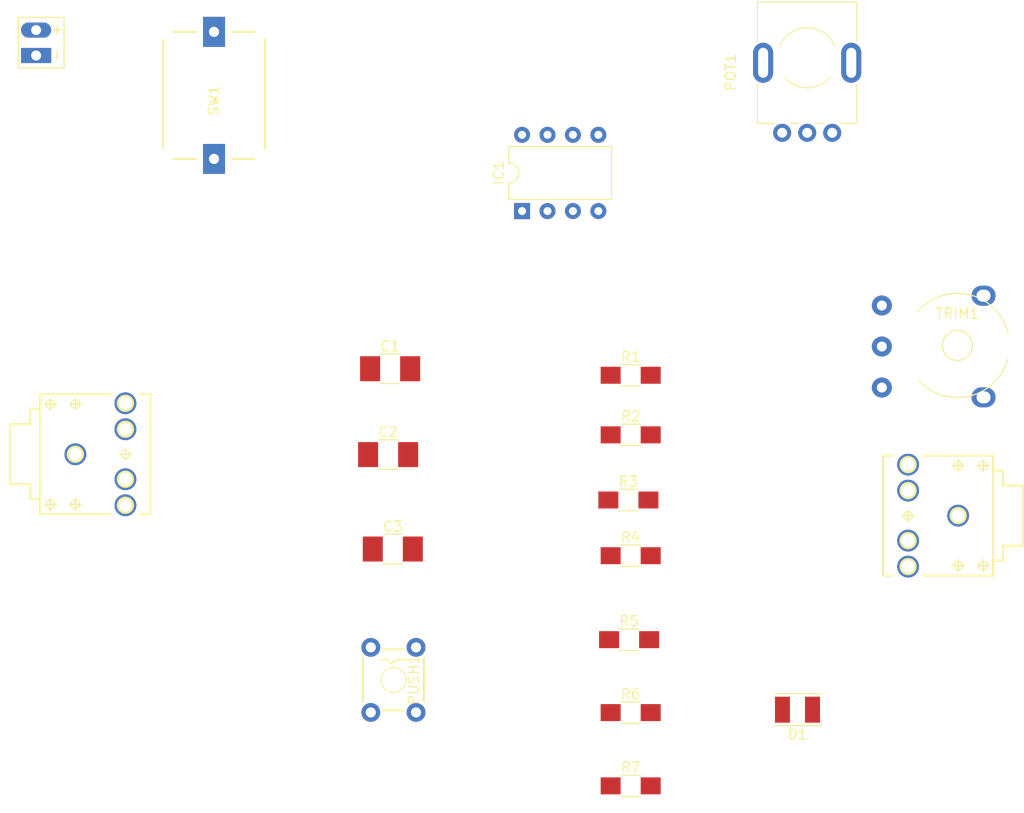
<source format=kicad_pcb>
(kicad_pcb (version 4) (host pcbnew 4.0.7-e0-6372~58~ubuntu16.04.1)

  (general
    (links 31)
    (no_connects 31)
    (area 0 0 0 0)
    (thickness 1.6)
    (drawings 0)
    (tracks 0)
    (zones 0)
    (modules 19)
    (nets 14)
  )

  (page A4)
  (layers
    (0 F.Cu signal)
    (31 B.Cu signal)
    (32 B.Adhes user)
    (33 F.Adhes user)
    (34 B.Paste user)
    (35 F.Paste user)
    (36 B.SilkS user)
    (37 F.SilkS user)
    (38 B.Mask user)
    (39 F.Mask user)
    (40 Dwgs.User user)
    (41 Cmts.User user)
    (42 Eco1.User user)
    (43 Eco2.User user)
    (44 Edge.Cuts user)
    (45 Margin user)
    (46 B.CrtYd user)
    (47 F.CrtYd user)
    (48 B.Fab user)
    (49 F.Fab user)
  )

  (setup
    (last_trace_width 0.25)
    (trace_clearance 0.2)
    (zone_clearance 0.508)
    (zone_45_only no)
    (trace_min 0.2)
    (segment_width 0.2)
    (edge_width 0.15)
    (via_size 0.6)
    (via_drill 0.4)
    (via_min_size 0.4)
    (via_min_drill 0.3)
    (uvia_size 0.3)
    (uvia_drill 0.1)
    (uvias_allowed no)
    (uvia_min_size 0.2)
    (uvia_min_drill 0.1)
    (pcb_text_width 0.3)
    (pcb_text_size 1.5 1.5)
    (mod_edge_width 0.15)
    (mod_text_size 1 1)
    (mod_text_width 0.15)
    (pad_size 1.524 1.524)
    (pad_drill 0.762)
    (pad_to_mask_clearance 0.2)
    (aux_axis_origin 0 0)
    (visible_elements FFFFFF7F)
    (pcbplotparams
      (layerselection 0x00030_80000001)
      (usegerberextensions false)
      (excludeedgelayer true)
      (linewidth 0.100000)
      (plotframeref false)
      (viasonmask false)
      (mode 1)
      (useauxorigin false)
      (hpglpennumber 1)
      (hpglpenspeed 20)
      (hpglpendiameter 15)
      (hpglpenoverlay 2)
      (psnegative false)
      (psa4output false)
      (plotreference true)
      (plotvalue true)
      (plotinvisibletext false)
      (padsonsilk false)
      (subtractmaskfromsilk false)
      (outputformat 1)
      (mirror false)
      (drillshape 1)
      (scaleselection 1)
      (outputdirectory ""))
  )

  (net 0 "")
  (net 1 "Net-(C1-Pad1)")
  (net 2 "Net-(C1-Pad2)")
  (net 3 VCC)
  (net 4 GND)
  (net 5 "Net-(C3-Pad2)")
  (net 6 "Net-(D1-Pad2)")
  (net 7 "Net-(IC1-Pad6)")
  (net 8 "Net-(IC1-Pad7)")
  (net 9 "Net-(JACK2-Pad2)")
  (net 10 "Net-(POT1-Pad3)")
  (net 11 "Net-(POT1-Pad2)")
  (net 12 "Net-(PUSH1-Pad1)")
  (net 13 +BATT)

  (net_class Default "This is the default net class."
    (clearance 0.2)
    (trace_width 0.25)
    (via_dia 0.6)
    (via_drill 0.4)
    (uvia_dia 0.3)
    (uvia_drill 0.1)
    (add_net +BATT)
    (add_net GND)
    (add_net "Net-(C1-Pad1)")
    (add_net "Net-(C1-Pad2)")
    (add_net "Net-(C3-Pad2)")
    (add_net "Net-(D1-Pad2)")
    (add_net "Net-(IC1-Pad6)")
    (add_net "Net-(IC1-Pad7)")
    (add_net "Net-(JACK2-Pad2)")
    (add_net "Net-(POT1-Pad2)")
    (add_net "Net-(POT1-Pad3)")
    (add_net "Net-(PUSH1-Pad1)")
    (add_net VCC)
  )

  (module 8BitMixtape_DIY-CAD:C_1210_MixtapeStyle (layer F.Cu) (tedit 58AA84FB) (tstamp 5B5C44ED)
    (at 202.84 62.87)
    (descr "Capacitor SMD 1210, hand soldering")
    (tags "capacitor 1210")
    (path /5B5C3667)
    (attr smd)
    (fp_text reference C1 (at 0 -2.25) (layer F.SilkS)
      (effects (font (size 1 1) (thickness 0.15)))
    )
    (fp_text value 100nF (at 0 2.5) (layer F.Fab)
      (effects (font (size 1 1) (thickness 0.15)))
    )
    (fp_text user %R (at 0 -2.25) (layer F.Fab)
      (effects (font (size 1 1) (thickness 0.15)))
    )
    (fp_line (start -1.6 1.25) (end -1.6 -1.25) (layer F.Fab) (width 0.1))
    (fp_line (start 1.6 1.25) (end -1.6 1.25) (layer F.Fab) (width 0.1))
    (fp_line (start 1.6 -1.25) (end 1.6 1.25) (layer F.Fab) (width 0.1))
    (fp_line (start -1.6 -1.25) (end 1.6 -1.25) (layer F.Fab) (width 0.1))
    (fp_line (start 1 -1.48) (end -1 -1.48) (layer F.SilkS) (width 0.12))
    (fp_line (start -1 1.48) (end 1 1.48) (layer F.SilkS) (width 0.12))
    (fp_line (start -3.25 -1.5) (end 3.25 -1.5) (layer F.CrtYd) (width 0.05))
    (fp_line (start -3.25 -1.5) (end -3.25 1.5) (layer F.CrtYd) (width 0.05))
    (fp_line (start 3.25 1.5) (end 3.25 -1.5) (layer F.CrtYd) (width 0.05))
    (fp_line (start 3.25 1.5) (end -3.25 1.5) (layer F.CrtYd) (width 0.05))
    (pad 1 smd rect (at -2 0) (size 2 2.5) (layers F.Cu F.Paste F.Mask)
      (net 1 "Net-(C1-Pad1)"))
    (pad 2 smd rect (at 2 0) (size 2 2.5) (layers F.Cu F.Paste F.Mask)
      (net 2 "Net-(C1-Pad2)"))
    (model Capacitors_SMD.3dshapes/C_1210.wrl
      (at (xyz 0 0 0))
      (scale (xyz 1 1 1))
      (rotate (xyz 0 0 0))
    )
  )

  (module 8BitMixtape_DIY-CAD:C_1210_MixtapeStyle (layer F.Cu) (tedit 58AA84FB) (tstamp 5B5C44FE)
    (at 202.64 71.45)
    (descr "Capacitor SMD 1210, hand soldering")
    (tags "capacitor 1210")
    (path /5B5C38C7)
    (attr smd)
    (fp_text reference C2 (at 0 -2.25) (layer F.SilkS)
      (effects (font (size 1 1) (thickness 0.15)))
    )
    (fp_text value 100nF (at 0 2.5) (layer F.Fab)
      (effects (font (size 1 1) (thickness 0.15)))
    )
    (fp_text user %R (at 0 -2.25) (layer F.Fab)
      (effects (font (size 1 1) (thickness 0.15)))
    )
    (fp_line (start -1.6 1.25) (end -1.6 -1.25) (layer F.Fab) (width 0.1))
    (fp_line (start 1.6 1.25) (end -1.6 1.25) (layer F.Fab) (width 0.1))
    (fp_line (start 1.6 -1.25) (end 1.6 1.25) (layer F.Fab) (width 0.1))
    (fp_line (start -1.6 -1.25) (end 1.6 -1.25) (layer F.Fab) (width 0.1))
    (fp_line (start 1 -1.48) (end -1 -1.48) (layer F.SilkS) (width 0.12))
    (fp_line (start -1 1.48) (end 1 1.48) (layer F.SilkS) (width 0.12))
    (fp_line (start -3.25 -1.5) (end 3.25 -1.5) (layer F.CrtYd) (width 0.05))
    (fp_line (start -3.25 -1.5) (end -3.25 1.5) (layer F.CrtYd) (width 0.05))
    (fp_line (start 3.25 1.5) (end 3.25 -1.5) (layer F.CrtYd) (width 0.05))
    (fp_line (start 3.25 1.5) (end -3.25 1.5) (layer F.CrtYd) (width 0.05))
    (pad 1 smd rect (at -2 0) (size 2 2.5) (layers F.Cu F.Paste F.Mask))
    (pad 2 smd rect (at 2 0) (size 2 2.5) (layers F.Cu F.Paste F.Mask)
      (net 3 VCC))
    (model Capacitors_SMD.3dshapes/C_1210.wrl
      (at (xyz 0 0 0))
      (scale (xyz 1 1 1))
      (rotate (xyz 0 0 0))
    )
  )

  (module 8BitMixtape_DIY-CAD:C_1210_MixtapeStyle (layer F.Cu) (tedit 58AA84FB) (tstamp 5B5C450F)
    (at 203.11 80.89)
    (descr "Capacitor SMD 1210, hand soldering")
    (tags "capacitor 1210")
    (path /5B5C50D8)
    (attr smd)
    (fp_text reference C3 (at 0 -2.25) (layer F.SilkS)
      (effects (font (size 1 1) (thickness 0.15)))
    )
    (fp_text value 100nF (at 0 2.5) (layer F.Fab)
      (effects (font (size 1 1) (thickness 0.15)))
    )
    (fp_text user %R (at 0 -2.25) (layer F.Fab)
      (effects (font (size 1 1) (thickness 0.15)))
    )
    (fp_line (start -1.6 1.25) (end -1.6 -1.25) (layer F.Fab) (width 0.1))
    (fp_line (start 1.6 1.25) (end -1.6 1.25) (layer F.Fab) (width 0.1))
    (fp_line (start 1.6 -1.25) (end 1.6 1.25) (layer F.Fab) (width 0.1))
    (fp_line (start -1.6 -1.25) (end 1.6 -1.25) (layer F.Fab) (width 0.1))
    (fp_line (start 1 -1.48) (end -1 -1.48) (layer F.SilkS) (width 0.12))
    (fp_line (start -1 1.48) (end 1 1.48) (layer F.SilkS) (width 0.12))
    (fp_line (start -3.25 -1.5) (end 3.25 -1.5) (layer F.CrtYd) (width 0.05))
    (fp_line (start -3.25 -1.5) (end -3.25 1.5) (layer F.CrtYd) (width 0.05))
    (fp_line (start 3.25 1.5) (end 3.25 -1.5) (layer F.CrtYd) (width 0.05))
    (fp_line (start 3.25 1.5) (end -3.25 1.5) (layer F.CrtYd) (width 0.05))
    (pad 1 smd rect (at -2 0) (size 2 2.5) (layers F.Cu F.Paste F.Mask)
      (net 4 GND))
    (pad 2 smd rect (at 2 0) (size 2 2.5) (layers F.Cu F.Paste F.Mask)
      (net 5 "Net-(C3-Pad2)"))
    (model Capacitors_SMD.3dshapes/C_1210.wrl
      (at (xyz 0 0 0))
      (scale (xyz 1 1 1))
      (rotate (xyz 0 0 0))
    )
  )

  (module 8BitMixtape_DIY-CAD:LED_2835 (layer F.Cu) (tedit 59959404) (tstamp 5B5C4523)
    (at 243.53 96.95 180)
    (descr "LED PLCC-2 SMD package")
    (tags "LED PLCC-2 SMD")
    (path /5B5C48EB)
    (attr smd)
    (fp_text reference D1 (at 0 -2.5 180) (layer F.SilkS)
      (effects (font (size 1 1) (thickness 0.15)))
    )
    (fp_text value LED (at 0 2.5 180) (layer F.Fab)
      (effects (font (size 1 1) (thickness 0.15)))
    )
    (fp_circle (center 0 0) (end 0 -1.25) (layer F.Fab) (width 0.1))
    (fp_line (start -1.7 -0.6) (end -0.8 -1.5) (layer F.Fab) (width 0.1))
    (fp_line (start 1.7 1.5) (end 1.7 -1.5) (layer F.Fab) (width 0.1))
    (fp_line (start 1.7 -1.5) (end -1.7 -1.5) (layer F.Fab) (width 0.1))
    (fp_line (start -1.7 -1.5) (end -1.7 1.5) (layer F.Fab) (width 0.1))
    (fp_line (start -1.7 1.5) (end 1.7 1.5) (layer F.Fab) (width 0.1))
    (fp_line (start -2.65 -1.85) (end 2.5 -1.85) (layer F.CrtYd) (width 0.05))
    (fp_line (start 2.5 -1.85) (end 2.5 1.85) (layer F.CrtYd) (width 0.05))
    (fp_line (start 2.5 1.85) (end -2.65 1.85) (layer F.CrtYd) (width 0.05))
    (fp_line (start -2.65 1.85) (end -2.65 -1.85) (layer F.CrtYd) (width 0.05))
    (fp_line (start 2.25 1.6) (end -2.4 1.6) (layer F.SilkS) (width 0.12))
    (fp_line (start 2.25 -1.6) (end -2.4 -1.6) (layer F.SilkS) (width 0.12))
    (fp_line (start -2.4 -1.6) (end -2.4 -0.8) (layer F.SilkS) (width 0.12))
    (fp_text user %R (at 0 0 180) (layer F.Fab)
      (effects (font (size 0.4 0.4) (thickness 0.1)))
    )
    (pad 1 smd rect (at -1.5 0 180) (size 1.5 2.6) (layers F.Cu F.Paste F.Mask)
      (net 4 GND))
    (pad 2 smd rect (at 1.5 0 180) (size 1.5 2.6) (layers F.Cu F.Paste F.Mask)
      (net 6 "Net-(D1-Pad2)"))
    (model ${KISYS3DMOD}/LEDs.3dshapes/LED_PLCC-2.wrl
      (at (xyz 0 0 0))
      (scale (xyz 1 1 1))
      (rotate (xyz 0 0 0))
    )
  )

  (module Housings_DIP:DIP-8_W7.62mm (layer F.Cu) (tedit 59C78D6B) (tstamp 5B5C453F)
    (at 216.02 47.11 90)
    (descr "8-lead though-hole mounted DIP package, row spacing 7.62 mm (300 mils)")
    (tags "THT DIP DIL PDIP 2.54mm 7.62mm 300mil")
    (path /5B5C34B2)
    (fp_text reference IC1 (at 3.81 -2.33 90) (layer F.SilkS)
      (effects (font (size 1 1) (thickness 0.15)))
    )
    (fp_text value ATTINY85-20PU (at 3.81 9.95 90) (layer F.Fab)
      (effects (font (size 1 1) (thickness 0.15)))
    )
    (fp_arc (start 3.81 -1.33) (end 2.81 -1.33) (angle -180) (layer F.SilkS) (width 0.12))
    (fp_line (start 1.635 -1.27) (end 6.985 -1.27) (layer F.Fab) (width 0.1))
    (fp_line (start 6.985 -1.27) (end 6.985 8.89) (layer F.Fab) (width 0.1))
    (fp_line (start 6.985 8.89) (end 0.635 8.89) (layer F.Fab) (width 0.1))
    (fp_line (start 0.635 8.89) (end 0.635 -0.27) (layer F.Fab) (width 0.1))
    (fp_line (start 0.635 -0.27) (end 1.635 -1.27) (layer F.Fab) (width 0.1))
    (fp_line (start 2.81 -1.33) (end 1.16 -1.33) (layer F.SilkS) (width 0.12))
    (fp_line (start 1.16 -1.33) (end 1.16 8.95) (layer F.SilkS) (width 0.12))
    (fp_line (start 1.16 8.95) (end 6.46 8.95) (layer F.SilkS) (width 0.12))
    (fp_line (start 6.46 8.95) (end 6.46 -1.33) (layer F.SilkS) (width 0.12))
    (fp_line (start 6.46 -1.33) (end 4.81 -1.33) (layer F.SilkS) (width 0.12))
    (fp_line (start -1.1 -1.55) (end -1.1 9.15) (layer F.CrtYd) (width 0.05))
    (fp_line (start -1.1 9.15) (end 8.7 9.15) (layer F.CrtYd) (width 0.05))
    (fp_line (start 8.7 9.15) (end 8.7 -1.55) (layer F.CrtYd) (width 0.05))
    (fp_line (start 8.7 -1.55) (end -1.1 -1.55) (layer F.CrtYd) (width 0.05))
    (fp_text user %R (at 3.81 3.81 90) (layer F.Fab)
      (effects (font (size 1 1) (thickness 0.15)))
    )
    (pad 1 thru_hole rect (at 0 0 90) (size 1.6 1.6) (drill 0.8) (layers *.Cu *.Mask))
    (pad 5 thru_hole oval (at 7.62 7.62 90) (size 1.6 1.6) (drill 0.8) (layers *.Cu *.Mask))
    (pad 2 thru_hole oval (at 0 2.54 90) (size 1.6 1.6) (drill 0.8) (layers *.Cu *.Mask))
    (pad 6 thru_hole oval (at 7.62 5.08 90) (size 1.6 1.6) (drill 0.8) (layers *.Cu *.Mask)
      (net 7 "Net-(IC1-Pad6)"))
    (pad 3 thru_hole oval (at 0 5.08 90) (size 1.6 1.6) (drill 0.8) (layers *.Cu *.Mask)
      (net 1 "Net-(C1-Pad1)"))
    (pad 7 thru_hole oval (at 7.62 2.54 90) (size 1.6 1.6) (drill 0.8) (layers *.Cu *.Mask)
      (net 8 "Net-(IC1-Pad7)"))
    (pad 4 thru_hole oval (at 0 7.62 90) (size 1.6 1.6) (drill 0.8) (layers *.Cu *.Mask)
      (net 4 GND))
    (pad 8 thru_hole oval (at 7.62 0 90) (size 1.6 1.6) (drill 0.8) (layers *.Cu *.Mask)
      (net 3 VCC))
    (model ${KISYS3DMOD}/Housings_DIP.3dshapes/DIP-8_W7.62mm.wrl
      (at (xyz 0 0 0))
      (scale (xyz 1 1 1))
      (rotate (xyz 0 0 0))
    )
  )

  (module 8BitMixtape_DIY-CAD:AUDIO-Jack_3.5mm_5Pin (layer F.Cu) (tedit 5B558D28) (tstamp 5B5C4570)
    (at 171.40128 71.42064)
    (descr "KIT FOOTPRINT FOR 1/8\" AUDIO JACK.")
    (tags "KIT FOOTPRINT FOR 1/8\" AUDIO JACK.")
    (path /5B5C3573)
    (attr virtual)
    (fp_text reference JACK1 (at -0.254 -2.7432) (layer Dwgs.User)
      (effects (font (size 0.4064 0.4064) (thickness 0.0254)))
    )
    (fp_text value JACK_TRS_6PINS (at -0.0508 -1.4732) (layer Dwgs.User)
      (effects (font (size 0.4064 0.4064) (thickness 0.0254)))
    )
    (fp_line (start 7.49808 -5.99948) (end 7.49808 5.99948) (layer F.SilkS) (width 0.2032))
    (fp_line (start -3.49758 -5.99948) (end -3.49758 -4.49834) (layer F.SilkS) (width 0.2032))
    (fp_line (start -3.49758 4.49834) (end -3.49758 5.99948) (layer F.SilkS) (width 0.2032))
    (fp_line (start -4.49834 -4.49834) (end -4.49834 -2.99974) (layer F.SilkS) (width 0.2032))
    (fp_line (start -4.49834 2.99974) (end -4.49834 4.49834) (layer F.SilkS) (width 0.2032))
    (fp_line (start -4.49834 4.49834) (end -3.49758 4.49834) (layer F.SilkS) (width 0.2032))
    (fp_line (start -4.49834 -4.49834) (end -3.49758 -4.49834) (layer F.SilkS) (width 0.2032))
    (fp_line (start -6.49986 -2.99974) (end -6.49986 2.99974) (layer F.SilkS) (width 0.2032))
    (fp_line (start -6.49986 2.99974) (end -4.49834 2.99974) (layer F.SilkS) (width 0.2032))
    (fp_line (start -6.49986 -2.99974) (end -4.49834 -2.99974) (layer F.SilkS) (width 0.2032))
    (fp_line (start -3.49758 -5.99948) (end 3.49758 -5.99948) (layer F.SilkS) (width 0.2032))
    (fp_line (start 7.49808 -5.99948) (end 6.49986 -5.99948) (layer F.SilkS) (width 0.2032))
    (fp_line (start -3.49758 -5.99948) (end -3.49758 5.99948) (layer F.SilkS) (width 0.2032))
    (fp_line (start -3.49758 5.99948) (end 3.49758 5.99948) (layer F.SilkS) (width 0.2032))
    (fp_line (start 7.49808 5.99948) (end 6.49986 5.99948) (layer F.SilkS) (width 0.2032))
    (fp_circle (center 0 0) (end -0.3302 0.3302) (layer F.SilkS) (width 0))
    (fp_circle (center 4.99872 -5.09778) (end 5.32892 -5.42798) (layer F.SilkS) (width 0))
    (fp_circle (center 4.99872 -2.49936) (end 5.32892 -2.82956) (layer F.SilkS) (width 0))
    (fp_circle (center 4.99872 2.49936) (end 5.32892 2.82956) (layer F.SilkS) (width 0))
    (fp_circle (center 4.99872 5.09778) (end 5.32892 5.42798) (layer F.SilkS) (width 0))
    (fp_circle (center 0 0) (end -0.6096 0.6096) (layer F.SilkS) (width 0))
    (fp_circle (center 4.99872 -5.09778) (end 5.60832 -5.70738) (layer F.SilkS) (width 0))
    (fp_circle (center 4.99872 5.09778) (end 5.60832 5.70738) (layer F.SilkS) (width 0))
    (fp_circle (center 4.99872 2.49936) (end 5.60832 3.10896) (layer F.SilkS) (width 0))
    (fp_circle (center 4.99872 -2.49936) (end 5.60832 -3.10896) (layer F.SilkS) (width 0))
    (fp_circle (center 0 -4.99872) (end -0.29972 -5.29844) (layer F.SilkS) (width 0.127))
    (fp_line (start -0.59944 -4.99872) (end 0.59944 -4.99872) (layer F.SilkS) (width 0.127))
    (fp_line (start 0 -4.39928) (end 0 -5.59816) (layer F.SilkS) (width 0.127))
    (fp_circle (center -2.49936 -4.99872) (end -2.79908 -5.29844) (layer F.SilkS) (width 0.127))
    (fp_line (start -3.0988 -4.99872) (end -1.89992 -4.99872) (layer F.SilkS) (width 0.127))
    (fp_line (start -2.49936 -4.39928) (end -2.49936 -5.59816) (layer F.SilkS) (width 0.127))
    (fp_circle (center -2.49936 4.99872) (end -2.79908 5.29844) (layer F.SilkS) (width 0.127))
    (fp_line (start -3.0988 4.99872) (end -1.89992 4.99872) (layer F.SilkS) (width 0.127))
    (fp_line (start -2.49936 5.59816) (end -2.49936 4.39928) (layer F.SilkS) (width 0.127))
    (fp_circle (center 0 4.99872) (end -0.29972 5.29844) (layer F.SilkS) (width 0.127))
    (fp_line (start -0.59944 4.99872) (end 0.59944 4.99872) (layer F.SilkS) (width 0.127))
    (fp_line (start 0 5.59816) (end 0 4.39928) (layer F.SilkS) (width 0.127))
    (fp_circle (center 4.99872 0) (end 5.29844 0.29972) (layer F.SilkS) (width 0.127))
    (fp_line (start 4.39928 0) (end 5.59816 0) (layer F.SilkS) (width 0.127))
    (fp_line (start 4.99872 0.59944) (end 4.99872 -0.59944) (layer F.SilkS) (width 0.127))
    (pad 3 thru_hole circle (at 4.99872 -5.09778) (size 2.18186 2.18186) (drill 1.29794) (layers *.Cu *.Mask)
      (net 2 "Net-(C1-Pad2)"))
    (pad 6 thru_hole circle (at 4.99872 -2.49936) (size 2.18186 2.18186) (drill 1.29794) (layers *.Cu *.Mask))
    (pad 1 thru_hole circle (at 0 0) (size 2.18186 2.18186) (drill 1.29794) (layers *.Cu *.Mask)
      (net 4 GND))
    (pad 2 thru_hole circle (at 4.99872 5.09778) (size 2.18186 2.18186) (drill 1.29794) (layers *.Cu *.Mask))
    (pad 5 thru_hole circle (at 4.99872 2.49936) (size 2.18186 2.18186) (drill 1.29794) (layers *.Cu *.Mask))
  )

  (module 8BitMixtape_DIY-CAD:AUDIO-Jack_3.5mm_5Pin (layer F.Cu) (tedit 5B558D28) (tstamp 5B5C45A1)
    (at 259.58 77.55 180)
    (descr "KIT FOOTPRINT FOR 1/8\" AUDIO JACK.")
    (tags "KIT FOOTPRINT FOR 1/8\" AUDIO JACK.")
    (path /5B5C35A7)
    (attr virtual)
    (fp_text reference JACK2 (at -0.254 -2.7432 180) (layer Dwgs.User)
      (effects (font (size 0.4064 0.4064) (thickness 0.0254)))
    )
    (fp_text value JACK_TRS_6PINS (at -0.0508 -1.4732 180) (layer Dwgs.User)
      (effects (font (size 0.4064 0.4064) (thickness 0.0254)))
    )
    (fp_line (start 7.49808 -5.99948) (end 7.49808 5.99948) (layer F.SilkS) (width 0.2032))
    (fp_line (start -3.49758 -5.99948) (end -3.49758 -4.49834) (layer F.SilkS) (width 0.2032))
    (fp_line (start -3.49758 4.49834) (end -3.49758 5.99948) (layer F.SilkS) (width 0.2032))
    (fp_line (start -4.49834 -4.49834) (end -4.49834 -2.99974) (layer F.SilkS) (width 0.2032))
    (fp_line (start -4.49834 2.99974) (end -4.49834 4.49834) (layer F.SilkS) (width 0.2032))
    (fp_line (start -4.49834 4.49834) (end -3.49758 4.49834) (layer F.SilkS) (width 0.2032))
    (fp_line (start -4.49834 -4.49834) (end -3.49758 -4.49834) (layer F.SilkS) (width 0.2032))
    (fp_line (start -6.49986 -2.99974) (end -6.49986 2.99974) (layer F.SilkS) (width 0.2032))
    (fp_line (start -6.49986 2.99974) (end -4.49834 2.99974) (layer F.SilkS) (width 0.2032))
    (fp_line (start -6.49986 -2.99974) (end -4.49834 -2.99974) (layer F.SilkS) (width 0.2032))
    (fp_line (start -3.49758 -5.99948) (end 3.49758 -5.99948) (layer F.SilkS) (width 0.2032))
    (fp_line (start 7.49808 -5.99948) (end 6.49986 -5.99948) (layer F.SilkS) (width 0.2032))
    (fp_line (start -3.49758 -5.99948) (end -3.49758 5.99948) (layer F.SilkS) (width 0.2032))
    (fp_line (start -3.49758 5.99948) (end 3.49758 5.99948) (layer F.SilkS) (width 0.2032))
    (fp_line (start 7.49808 5.99948) (end 6.49986 5.99948) (layer F.SilkS) (width 0.2032))
    (fp_circle (center 0 0) (end -0.3302 0.3302) (layer F.SilkS) (width 0))
    (fp_circle (center 4.99872 -5.09778) (end 5.32892 -5.42798) (layer F.SilkS) (width 0))
    (fp_circle (center 4.99872 -2.49936) (end 5.32892 -2.82956) (layer F.SilkS) (width 0))
    (fp_circle (center 4.99872 2.49936) (end 5.32892 2.82956) (layer F.SilkS) (width 0))
    (fp_circle (center 4.99872 5.09778) (end 5.32892 5.42798) (layer F.SilkS) (width 0))
    (fp_circle (center 0 0) (end -0.6096 0.6096) (layer F.SilkS) (width 0))
    (fp_circle (center 4.99872 -5.09778) (end 5.60832 -5.70738) (layer F.SilkS) (width 0))
    (fp_circle (center 4.99872 5.09778) (end 5.60832 5.70738) (layer F.SilkS) (width 0))
    (fp_circle (center 4.99872 2.49936) (end 5.60832 3.10896) (layer F.SilkS) (width 0))
    (fp_circle (center 4.99872 -2.49936) (end 5.60832 -3.10896) (layer F.SilkS) (width 0))
    (fp_circle (center 0 -4.99872) (end -0.29972 -5.29844) (layer F.SilkS) (width 0.127))
    (fp_line (start -0.59944 -4.99872) (end 0.59944 -4.99872) (layer F.SilkS) (width 0.127))
    (fp_line (start 0 -4.39928) (end 0 -5.59816) (layer F.SilkS) (width 0.127))
    (fp_circle (center -2.49936 -4.99872) (end -2.79908 -5.29844) (layer F.SilkS) (width 0.127))
    (fp_line (start -3.0988 -4.99872) (end -1.89992 -4.99872) (layer F.SilkS) (width 0.127))
    (fp_line (start -2.49936 -4.39928) (end -2.49936 -5.59816) (layer F.SilkS) (width 0.127))
    (fp_circle (center -2.49936 4.99872) (end -2.79908 5.29844) (layer F.SilkS) (width 0.127))
    (fp_line (start -3.0988 4.99872) (end -1.89992 4.99872) (layer F.SilkS) (width 0.127))
    (fp_line (start -2.49936 5.59816) (end -2.49936 4.39928) (layer F.SilkS) (width 0.127))
    (fp_circle (center 0 4.99872) (end -0.29972 5.29844) (layer F.SilkS) (width 0.127))
    (fp_line (start -0.59944 4.99872) (end 0.59944 4.99872) (layer F.SilkS) (width 0.127))
    (fp_line (start 0 5.59816) (end 0 4.39928) (layer F.SilkS) (width 0.127))
    (fp_circle (center 4.99872 0) (end 5.29844 0.29972) (layer F.SilkS) (width 0.127))
    (fp_line (start 4.39928 0) (end 5.59816 0) (layer F.SilkS) (width 0.127))
    (fp_line (start 4.99872 0.59944) (end 4.99872 -0.59944) (layer F.SilkS) (width 0.127))
    (pad 3 thru_hole circle (at 4.99872 -5.09778 180) (size 2.18186 2.18186) (drill 1.29794) (layers *.Cu *.Mask))
    (pad 6 thru_hole circle (at 4.99872 -2.49936 180) (size 2.18186 2.18186) (drill 1.29794) (layers *.Cu *.Mask))
    (pad 1 thru_hole circle (at 0 0 180) (size 2.18186 2.18186) (drill 1.29794) (layers *.Cu *.Mask)
      (net 4 GND))
    (pad 2 thru_hole circle (at 4.99872 5.09778 180) (size 2.18186 2.18186) (drill 1.29794) (layers *.Cu *.Mask)
      (net 9 "Net-(JACK2-Pad2)"))
    (pad 5 thru_hole circle (at 4.99872 2.49936 180) (size 2.18186 2.18186) (drill 1.29794) (layers *.Cu *.Mask))
  )

  (module 8BitMixtape_DIY-CAD:Mixtape_Pot_Alps (layer F.Cu) (tedit 5B475460) (tstamp 5B5C45BF)
    (at 247 39.29 90)
    (descr "Potentiometer, horizontally mounted, Omeg PC16PU, Omeg PC16PU, Omeg PC16PU, Vishay/Spectrol 248GJ/249GJ Single, Vishay/Spectrol 248GJ/249GJ Single, Vishay/Spectrol 248GJ/249GJ Single, Vishay/Spectrol 248GH/249GH Single, Vishay/Spectrol 148/149 Single, Vishay/Spectrol 148/149 Single, Vishay/Spectrol 148/149 Single, Vishay/Spectrol 148A/149A Single with mounting plates, Vishay/Spectrol 148/149 Double, Vishay/Spectrol 148A/149A Double with mounting plates, Piher PC-16 Single, Piher PC-16 Single, Piher PC-16 Single, Piher PC-16SV Single, Piher PC-16 Double, Piher PC-16 Triple, Piher T16H Single, Piher T16L Single, Piher T16H Double, Alps RK163 Single, Alps RK163 Double, Alps RK097 Single, Alps RK097 Double, Bourns PTV09A-2 Single with mounting sleve Single, Bourns PTV09A-1 with mounting sleve Single, Bourns PRS11S Single, Alps RK09K Single with mounting sleve Single, Alps RK09K with mounting sleve Single, http://www.alps.com/prod/info/E/HTML/Potentiometer/RotaryPotentiometers/RK09K/RK09D1130C1B.html")
    (tags "Potentiometer horizontal  Omeg PC16PU  Omeg PC16PU  Omeg PC16PU  Vishay/Spectrol 248GJ/249GJ Single  Vishay/Spectrol 248GJ/249GJ Single  Vishay/Spectrol 248GJ/249GJ Single  Vishay/Spectrol 248GH/249GH Single  Vishay/Spectrol 148/149 Single  Vishay/Spectrol 148/149 Single  Vishay/Spectrol 148/149 Single  Vishay/Spectrol 148A/149A Single with mounting plates  Vishay/Spectrol 148/149 Double  Vishay/Spectrol 148A/149A Double with mounting plates  Piher PC-16 Single  Piher PC-16 Single  Piher PC-16 Single  Piher PC-16SV Single  Piher PC-16 Double  Piher PC-16 Triple  Piher T16H Single  Piher T16L Single  Piher T16H Double  Alps RK163 Single  Alps RK163 Double  Alps RK097 Single  Alps RK097 Double  Bourns PTV09A-2 Single with mounting sleve Single  Bourns PTV09A-1 with mounting sleve Single  Bourns PRS11S Single  Alps RK09K Single with mounting sleve Single  Alps RK09K with mounting sleve Single")
    (path /5B5C418F)
    (fp_text reference POT1 (at 6.05 -10.15 90) (layer F.SilkS)
      (effects (font (size 1 1) (thickness 0.15)))
    )
    (fp_text value POT (at 6.05 5.15 90) (layer F.Fab)
      (effects (font (size 1 1) (thickness 0.15)))
    )
    (fp_arc (start 7.5 -2.5) (end 8.673 0.262) (angle -134) (layer F.SilkS) (width 0.12))
    (fp_arc (start 7.5 -2.5) (end 5.572 -4.798) (angle -100) (layer F.SilkS) (width 0.12))
    (fp_circle (center 7.5 -2.5) (end 10.75 -2.5) (layer F.Fab) (width 0.1))
    (fp_circle (center 7.5 -2.5) (end 10.5 -2.5) (layer F.Fab) (width 0.1))
    (fp_line (start 1 -7.4) (end 1 2.4) (layer F.Fab) (width 0.1))
    (fp_line (start 1 2.4) (end 13 2.4) (layer F.Fab) (width 0.1))
    (fp_line (start 13 2.4) (end 13 -7.4) (layer F.Fab) (width 0.1))
    (fp_line (start 13 -7.4) (end 1 -7.4) (layer F.Fab) (width 0.1))
    (fp_line (start 0.94 -7.461) (end 4.806 -7.461) (layer F.SilkS) (width 0.12))
    (fp_line (start 9.195 -7.461) (end 13.06 -7.461) (layer F.SilkS) (width 0.12))
    (fp_line (start 0.94 2.46) (end 4.806 2.46) (layer F.SilkS) (width 0.12))
    (fp_line (start 9.195 2.46) (end 13.06 2.46) (layer F.SilkS) (width 0.12))
    (fp_line (start 0.94 -7.461) (end 0.94 -5.825) (layer F.SilkS) (width 0.12))
    (fp_line (start 0.94 -4.175) (end 0.94 -3.325) (layer F.SilkS) (width 0.12))
    (fp_line (start 0.94 -1.675) (end 0.94 -0.825) (layer F.SilkS) (width 0.12))
    (fp_line (start 0.94 0.825) (end 0.94 2.46) (layer F.SilkS) (width 0.12))
    (fp_line (start 13.06 -7.461) (end 13.06 2.46) (layer F.SilkS) (width 0.12))
    (fp_line (start -1.15 -9.15) (end -1.15 4.15) (layer F.CrtYd) (width 0.05))
    (fp_line (start -1.15 4.15) (end 13.25 4.15) (layer F.CrtYd) (width 0.05))
    (fp_line (start 13.25 4.15) (end 13.25 -9.15) (layer F.CrtYd) (width 0.05))
    (fp_line (start 13.25 -9.15) (end -1.15 -9.15) (layer F.CrtYd) (width 0.05))
    (pad 3 thru_hole circle (at 0 -5 90) (size 1.8 1.8) (drill 1) (layers *.Cu *.Mask)
      (net 10 "Net-(POT1-Pad3)"))
    (pad 2 thru_hole circle (at 0 -2.5 90) (size 1.8 1.8) (drill 1) (layers *.Cu *.Mask)
      (net 11 "Net-(POT1-Pad2)"))
    (pad 1 thru_hole circle (at 0 0 90) (size 1.8 1.8) (drill 1) (layers *.Cu *.Mask)
      (net 4 GND))
    (pad "" np_thru_hole oval (at 7 -6.9 90) (size 4 2) (drill oval 3 1) (layers *.Cu *.Mask))
    (pad "" np_thru_hole oval (at 7 1.9 90) (size 4 2) (drill oval 3 1) (layers *.Cu *.Mask))
    (model Potentiometers.3dshapes/Potentiometer_Alps_RK09K_Horizontal.wrl
      (at (xyz 0 0 0))
      (scale (xyz 0.393701 0.393701 0.393701))
      (rotate (xyz 0 0 0))
    )
  )

  (module 8BitMixtape_DIY-CAD:TACTILE-PTH_6mm (layer F.Cu) (tedit 5B56173A) (tstamp 5B5C45CF)
    (at 203.17 93.97 270)
    (descr "OMRON SWITCH")
    (tags "OMRON SWITCH")
    (path /5B5C38F5)
    (attr virtual)
    (fp_text reference PUSH1 (at 0 -2.032 270) (layer F.SilkS)
      (effects (font (size 1 1) (thickness 0.127)))
    )
    (fp_text value SW_Push (at -5.25 0.14 360) (layer Eco2.User)
      (effects (font (size 1 1) (thickness 0.15)))
    )
    (fp_line (start 2.159 -3.048) (end -2.159 -3.048) (layer F.SilkS) (width 0.2032))
    (fp_line (start -2.159 3.048) (end 2.159 3.048) (layer F.SilkS) (width 0.2032))
    (fp_line (start 3.048 -0.99568) (end 3.048 1.016) (layer F.SilkS) (width 0.2032))
    (fp_line (start -3.048 -1.02616) (end -3.048 1.016) (layer F.SilkS) (width 0.2032))
    (fp_line (start -2.032 -1.27) (end -2.032 -0.508) (layer F.SilkS) (width 0.2032))
    (fp_line (start -2.032 0.508) (end -2.032 1.27) (layer F.SilkS) (width 0.2032))
    (fp_line (start -2.032 -0.508) (end -1.651 0.381) (layer F.SilkS) (width 0.2032))
    (fp_circle (center 0 0) (end -0.889 0.889) (layer F.SilkS) (width 0.1016))
    (pad 1 thru_hole circle (at -3.2512 -2.2606 270) (size 1.8796 1.8796) (drill 1.016) (layers *.Cu *.Mask)
      (net 12 "Net-(PUSH1-Pad1)"))
    (pad 1 thru_hole circle (at 3.2512 -2.2606 270) (size 1.8796 1.8796) (drill 1.016) (layers *.Cu *.Mask)
      (net 12 "Net-(PUSH1-Pad1)"))
    (pad 2 thru_hole circle (at -3.2512 2.2606 270) (size 1.8796 1.8796) (drill 1.016) (layers *.Cu *.Mask)
      (net 4 GND))
    (pad 2 thru_hole circle (at 3.2512 2.2606 270) (size 1.8796 1.8796) (drill 1.016) (layers *.Cu *.Mask)
      (net 4 GND))
  )

  (module 8BitMixtape_DIY-CAD:R_1206_Mixtape (layer F.Cu) (tedit 58E0A804) (tstamp 5B5C45E0)
    (at 226.87 63.52)
    (descr "Resistor SMD 1206, hand soldering")
    (tags "resistor 1206")
    (path /5B5C3536)
    (attr smd)
    (fp_text reference R1 (at 0 -1.85) (layer F.SilkS)
      (effects (font (size 1 1) (thickness 0.15)))
    )
    (fp_text value 22K (at 0 1.9) (layer F.Fab)
      (effects (font (size 1 1) (thickness 0.15)))
    )
    (fp_text user %R (at 0 0) (layer F.Fab)
      (effects (font (size 0.7 0.7) (thickness 0.105)))
    )
    (fp_line (start -1.6 0.8) (end -1.6 -0.8) (layer F.Fab) (width 0.1))
    (fp_line (start 1.6 0.8) (end -1.6 0.8) (layer F.Fab) (width 0.1))
    (fp_line (start 1.6 -0.8) (end 1.6 0.8) (layer F.Fab) (width 0.1))
    (fp_line (start -1.6 -0.8) (end 1.6 -0.8) (layer F.Fab) (width 0.1))
    (fp_line (start 1 1.07) (end -1 1.07) (layer F.SilkS) (width 0.12))
    (fp_line (start -1 -1.07) (end 1 -1.07) (layer F.SilkS) (width 0.12))
    (fp_line (start -3.25 -1.11) (end 3.25 -1.11) (layer F.CrtYd) (width 0.05))
    (fp_line (start -3.25 -1.11) (end -3.25 1.1) (layer F.CrtYd) (width 0.05))
    (fp_line (start 3.25 1.1) (end 3.25 -1.11) (layer F.CrtYd) (width 0.05))
    (fp_line (start 3.25 1.1) (end -3.25 1.1) (layer F.CrtYd) (width 0.05))
    (pad 1 smd rect (at -2 0) (size 2 1.7) (layers F.Cu F.Paste F.Mask)
      (net 3 VCC))
    (pad 2 smd rect (at 2 0) (size 2 1.7) (layers F.Cu F.Paste F.Mask)
      (net 1 "Net-(C1-Pad1)"))
    (model ${KISYS3DMOD}/Resistors_SMD.3dshapes/R_1206.wrl
      (at (xyz 0 0 0))
      (scale (xyz 1 1 1))
      (rotate (xyz 0 0 0))
    )
  )

  (module 8BitMixtape_DIY-CAD:R_1206_Mixtape (layer F.Cu) (tedit 58E0A804) (tstamp 5B5C45F1)
    (at 226.87 69.48)
    (descr "Resistor SMD 1206, hand soldering")
    (tags "resistor 1206")
    (path /5B5C37D4)
    (attr smd)
    (fp_text reference R2 (at 0 -1.85) (layer F.SilkS)
      (effects (font (size 1 1) (thickness 0.15)))
    )
    (fp_text value 22K (at 0 1.9) (layer F.Fab)
      (effects (font (size 1 1) (thickness 0.15)))
    )
    (fp_text user %R (at 0 0) (layer F.Fab)
      (effects (font (size 0.7 0.7) (thickness 0.105)))
    )
    (fp_line (start -1.6 0.8) (end -1.6 -0.8) (layer F.Fab) (width 0.1))
    (fp_line (start 1.6 0.8) (end -1.6 0.8) (layer F.Fab) (width 0.1))
    (fp_line (start 1.6 -0.8) (end 1.6 0.8) (layer F.Fab) (width 0.1))
    (fp_line (start -1.6 -0.8) (end 1.6 -0.8) (layer F.Fab) (width 0.1))
    (fp_line (start 1 1.07) (end -1 1.07) (layer F.SilkS) (width 0.12))
    (fp_line (start -1 -1.07) (end 1 -1.07) (layer F.SilkS) (width 0.12))
    (fp_line (start -3.25 -1.11) (end 3.25 -1.11) (layer F.CrtYd) (width 0.05))
    (fp_line (start -3.25 -1.11) (end -3.25 1.1) (layer F.CrtYd) (width 0.05))
    (fp_line (start 3.25 1.1) (end 3.25 -1.11) (layer F.CrtYd) (width 0.05))
    (fp_line (start 3.25 1.1) (end -3.25 1.1) (layer F.CrtYd) (width 0.05))
    (pad 1 smd rect (at -2 0) (size 2 1.7) (layers F.Cu F.Paste F.Mask)
      (net 1 "Net-(C1-Pad1)"))
    (pad 2 smd rect (at 2 0) (size 2 1.7) (layers F.Cu F.Paste F.Mask)
      (net 4 GND))
    (model ${KISYS3DMOD}/Resistors_SMD.3dshapes/R_1206.wrl
      (at (xyz 0 0 0))
      (scale (xyz 1 1 1))
      (rotate (xyz 0 0 0))
    )
  )

  (module 8BitMixtape_DIY-CAD:R_1206_Mixtape (layer F.Cu) (tedit 58E0A804) (tstamp 5B5C4602)
    (at 226.64 75.99)
    (descr "Resistor SMD 1206, hand soldering")
    (tags "resistor 1206")
    (path /5B5C3894)
    (attr smd)
    (fp_text reference R3 (at 0 -1.85) (layer F.SilkS)
      (effects (font (size 1 1) (thickness 0.15)))
    )
    (fp_text value 22K (at 0 1.9) (layer F.Fab)
      (effects (font (size 1 1) (thickness 0.15)))
    )
    (fp_text user %R (at 0 0) (layer F.Fab)
      (effects (font (size 0.7 0.7) (thickness 0.105)))
    )
    (fp_line (start -1.6 0.8) (end -1.6 -0.8) (layer F.Fab) (width 0.1))
    (fp_line (start 1.6 0.8) (end -1.6 0.8) (layer F.Fab) (width 0.1))
    (fp_line (start 1.6 -0.8) (end 1.6 0.8) (layer F.Fab) (width 0.1))
    (fp_line (start -1.6 -0.8) (end 1.6 -0.8) (layer F.Fab) (width 0.1))
    (fp_line (start 1 1.07) (end -1 1.07) (layer F.SilkS) (width 0.12))
    (fp_line (start -1 -1.07) (end 1 -1.07) (layer F.SilkS) (width 0.12))
    (fp_line (start -3.25 -1.11) (end 3.25 -1.11) (layer F.CrtYd) (width 0.05))
    (fp_line (start -3.25 -1.11) (end -3.25 1.1) (layer F.CrtYd) (width 0.05))
    (fp_line (start 3.25 1.1) (end 3.25 -1.11) (layer F.CrtYd) (width 0.05))
    (fp_line (start 3.25 1.1) (end -3.25 1.1) (layer F.CrtYd) (width 0.05))
    (pad 1 smd rect (at -2 0) (size 2 1.7) (layers F.Cu F.Paste F.Mask)
      (net 1 "Net-(C1-Pad1)"))
    (pad 2 smd rect (at 2 0) (size 2 1.7) (layers F.Cu F.Paste F.Mask)
      (net 12 "Net-(PUSH1-Pad1)"))
    (model ${KISYS3DMOD}/Resistors_SMD.3dshapes/R_1206.wrl
      (at (xyz 0 0 0))
      (scale (xyz 1 1 1))
      (rotate (xyz 0 0 0))
    )
  )

  (module 8BitMixtape_DIY-CAD:R_1206_Mixtape (layer F.Cu) (tedit 58E0A804) (tstamp 5B5C4613)
    (at 226.87 81.56)
    (descr "Resistor SMD 1206, hand soldering")
    (tags "resistor 1206")
    (path /5B5C4031)
    (attr smd)
    (fp_text reference R4 (at 0 -1.85) (layer F.SilkS)
      (effects (font (size 1 1) (thickness 0.15)))
    )
    (fp_text value 22K (at 0 1.9) (layer F.Fab)
      (effects (font (size 1 1) (thickness 0.15)))
    )
    (fp_text user %R (at 0 0) (layer F.Fab)
      (effects (font (size 0.7 0.7) (thickness 0.105)))
    )
    (fp_line (start -1.6 0.8) (end -1.6 -0.8) (layer F.Fab) (width 0.1))
    (fp_line (start 1.6 0.8) (end -1.6 0.8) (layer F.Fab) (width 0.1))
    (fp_line (start 1.6 -0.8) (end 1.6 0.8) (layer F.Fab) (width 0.1))
    (fp_line (start -1.6 -0.8) (end 1.6 -0.8) (layer F.Fab) (width 0.1))
    (fp_line (start 1 1.07) (end -1 1.07) (layer F.SilkS) (width 0.12))
    (fp_line (start -1 -1.07) (end 1 -1.07) (layer F.SilkS) (width 0.12))
    (fp_line (start -3.25 -1.11) (end 3.25 -1.11) (layer F.CrtYd) (width 0.05))
    (fp_line (start -3.25 -1.11) (end -3.25 1.1) (layer F.CrtYd) (width 0.05))
    (fp_line (start 3.25 1.1) (end 3.25 -1.11) (layer F.CrtYd) (width 0.05))
    (fp_line (start 3.25 1.1) (end -3.25 1.1) (layer F.CrtYd) (width 0.05))
    (pad 1 smd rect (at -2 0) (size 2 1.7) (layers F.Cu F.Paste F.Mask)
      (net 11 "Net-(POT1-Pad2)"))
    (pad 2 smd rect (at 2 0) (size 2 1.7) (layers F.Cu F.Paste F.Mask)
      (net 8 "Net-(IC1-Pad7)"))
    (model ${KISYS3DMOD}/Resistors_SMD.3dshapes/R_1206.wrl
      (at (xyz 0 0 0))
      (scale (xyz 1 1 1))
      (rotate (xyz 0 0 0))
    )
  )

  (module 8BitMixtape_DIY-CAD:R_1206_Mixtape (layer F.Cu) (tedit 58E0A804) (tstamp 5B5C4624)
    (at 226.71 89.95)
    (descr "Resistor SMD 1206, hand soldering")
    (tags "resistor 1206")
    (path /5B5C428F)
    (attr smd)
    (fp_text reference R5 (at 0 -1.85) (layer F.SilkS)
      (effects (font (size 1 1) (thickness 0.15)))
    )
    (fp_text value 4K7 (at 0 1.9) (layer F.Fab)
      (effects (font (size 1 1) (thickness 0.15)))
    )
    (fp_text user %R (at 0 0) (layer F.Fab)
      (effects (font (size 0.7 0.7) (thickness 0.105)))
    )
    (fp_line (start -1.6 0.8) (end -1.6 -0.8) (layer F.Fab) (width 0.1))
    (fp_line (start 1.6 0.8) (end -1.6 0.8) (layer F.Fab) (width 0.1))
    (fp_line (start 1.6 -0.8) (end 1.6 0.8) (layer F.Fab) (width 0.1))
    (fp_line (start -1.6 -0.8) (end 1.6 -0.8) (layer F.Fab) (width 0.1))
    (fp_line (start 1 1.07) (end -1 1.07) (layer F.SilkS) (width 0.12))
    (fp_line (start -1 -1.07) (end 1 -1.07) (layer F.SilkS) (width 0.12))
    (fp_line (start -3.25 -1.11) (end 3.25 -1.11) (layer F.CrtYd) (width 0.05))
    (fp_line (start -3.25 -1.11) (end -3.25 1.1) (layer F.CrtYd) (width 0.05))
    (fp_line (start 3.25 1.1) (end 3.25 -1.11) (layer F.CrtYd) (width 0.05))
    (fp_line (start 3.25 1.1) (end -3.25 1.1) (layer F.CrtYd) (width 0.05))
    (pad 1 smd rect (at -2 0) (size 2 1.7) (layers F.Cu F.Paste F.Mask)
      (net 10 "Net-(POT1-Pad3)"))
    (pad 2 smd rect (at 2 0) (size 2 1.7) (layers F.Cu F.Paste F.Mask)
      (net 3 VCC))
    (model ${KISYS3DMOD}/Resistors_SMD.3dshapes/R_1206.wrl
      (at (xyz 0 0 0))
      (scale (xyz 1 1 1))
      (rotate (xyz 0 0 0))
    )
  )

  (module 8BitMixtape_DIY-CAD:R_1206_Mixtape (layer F.Cu) (tedit 58E0A804) (tstamp 5B5C4635)
    (at 226.87 97.24)
    (descr "Resistor SMD 1206, hand soldering")
    (tags "resistor 1206")
    (path /5B5C47CF)
    (attr smd)
    (fp_text reference R6 (at 0 -1.85) (layer F.SilkS)
      (effects (font (size 1 1) (thickness 0.15)))
    )
    (fp_text value 1K (at 0 1.9) (layer F.Fab)
      (effects (font (size 1 1) (thickness 0.15)))
    )
    (fp_text user %R (at 0 0) (layer F.Fab)
      (effects (font (size 0.7 0.7) (thickness 0.105)))
    )
    (fp_line (start -1.6 0.8) (end -1.6 -0.8) (layer F.Fab) (width 0.1))
    (fp_line (start 1.6 0.8) (end -1.6 0.8) (layer F.Fab) (width 0.1))
    (fp_line (start 1.6 -0.8) (end 1.6 0.8) (layer F.Fab) (width 0.1))
    (fp_line (start -1.6 -0.8) (end 1.6 -0.8) (layer F.Fab) (width 0.1))
    (fp_line (start 1 1.07) (end -1 1.07) (layer F.SilkS) (width 0.12))
    (fp_line (start -1 -1.07) (end 1 -1.07) (layer F.SilkS) (width 0.12))
    (fp_line (start -3.25 -1.11) (end 3.25 -1.11) (layer F.CrtYd) (width 0.05))
    (fp_line (start -3.25 -1.11) (end -3.25 1.1) (layer F.CrtYd) (width 0.05))
    (fp_line (start 3.25 1.1) (end 3.25 -1.11) (layer F.CrtYd) (width 0.05))
    (fp_line (start 3.25 1.1) (end -3.25 1.1) (layer F.CrtYd) (width 0.05))
    (pad 1 smd rect (at -2 0) (size 2 1.7) (layers F.Cu F.Paste F.Mask)
      (net 7 "Net-(IC1-Pad6)"))
    (pad 2 smd rect (at 2 0) (size 2 1.7) (layers F.Cu F.Paste F.Mask)
      (net 6 "Net-(D1-Pad2)"))
    (model ${KISYS3DMOD}/Resistors_SMD.3dshapes/R_1206.wrl
      (at (xyz 0 0 0))
      (scale (xyz 1 1 1))
      (rotate (xyz 0 0 0))
    )
  )

  (module 8BitMixtape_DIY-CAD:R_1206_Mixtape (layer F.Cu) (tedit 58E0A804) (tstamp 5B5C4646)
    (at 226.87 104.56)
    (descr "Resistor SMD 1206, hand soldering")
    (tags "resistor 1206")
    (path /5B5C4E71)
    (attr smd)
    (fp_text reference R7 (at 0 -1.85) (layer F.SilkS)
      (effects (font (size 1 1) (thickness 0.15)))
    )
    (fp_text value 330 (at 0 1.9) (layer F.Fab)
      (effects (font (size 1 1) (thickness 0.15)))
    )
    (fp_text user %R (at 0 0) (layer F.Fab)
      (effects (font (size 0.7 0.7) (thickness 0.105)))
    )
    (fp_line (start -1.6 0.8) (end -1.6 -0.8) (layer F.Fab) (width 0.1))
    (fp_line (start 1.6 0.8) (end -1.6 0.8) (layer F.Fab) (width 0.1))
    (fp_line (start 1.6 -0.8) (end 1.6 0.8) (layer F.Fab) (width 0.1))
    (fp_line (start -1.6 -0.8) (end 1.6 -0.8) (layer F.Fab) (width 0.1))
    (fp_line (start 1 1.07) (end -1 1.07) (layer F.SilkS) (width 0.12))
    (fp_line (start -1 -1.07) (end 1 -1.07) (layer F.SilkS) (width 0.12))
    (fp_line (start -3.25 -1.11) (end 3.25 -1.11) (layer F.CrtYd) (width 0.05))
    (fp_line (start -3.25 -1.11) (end -3.25 1.1) (layer F.CrtYd) (width 0.05))
    (fp_line (start 3.25 1.1) (end 3.25 -1.11) (layer F.CrtYd) (width 0.05))
    (fp_line (start 3.25 1.1) (end -3.25 1.1) (layer F.CrtYd) (width 0.05))
    (pad 1 smd rect (at -2 0) (size 2 1.7) (layers F.Cu F.Paste F.Mask)
      (net 5 "Net-(C3-Pad2)"))
    (pad 2 smd rect (at 2 0) (size 2 1.7) (layers F.Cu F.Paste F.Mask)
      (net 7 "Net-(IC1-Pad6)"))
    (model ${KISYS3DMOD}/Resistors_SMD.3dshapes/R_1206.wrl
      (at (xyz 0 0 0))
      (scale (xyz 1 1 1))
      (rotate (xyz 0 0 0))
    )
  )

  (module 8BitMixtape_DIY-CAD:Push_SWITCH-Rect (layer F.Cu) (tedit 5B561846) (tstamp 5B5C4652)
    (at 185.25 34.28)
    (path /5B5C3960)
    (attr virtual)
    (fp_text reference SW1 (at 0 1.778 270) (layer F.SilkS)
      (effects (font (size 1 1) (thickness 0.1778)))
    )
    (fp_text value SW_SPST (at -0.07 -2.12) (layer Eco2.User)
      (effects (font (size 1 1) (thickness 0.1778)))
    )
    (fp_line (start 4.064 -5.08) (end 1.74752 -5.08) (layer F.SilkS) (width 0.2032))
    (fp_line (start -5.08 -4.318) (end -5.08 6.604) (layer F.SilkS) (width 0.2032))
    (fp_line (start 5.08 6.604) (end 5.08 -4.318) (layer F.SilkS) (width 0.2032))
    (fp_line (start -1.778 7.62) (end -4.09448 7.62) (layer F.SilkS) (width 0.2032))
    (fp_line (start -1.74752 -5.08) (end -4.064 -5.08) (layer F.SilkS) (width 0.2032))
    (fp_line (start 4.064 7.62) (end 1.74752 7.62) (layer F.SilkS) (width 0.2032))
    (pad 1 thru_hole rect (at 0 -5.08) (size 2.2 3) (drill 1.016) (layers *.Cu *.Mask)
      (net 13 +BATT))
    (pad 2 thru_hole rect (at 0 7.62) (size 2.2 3) (drill 1.016) (layers *.Cu *.Mask)
      (net 3 VCC))
  )

  (module 8BitMixtape_DIY-CAD:Potentiometer_wheel (layer F.Cu) (tedit 5B5C07A1) (tstamp 5B5C4666)
    (at 259.58 60.65)
    (descr "Potentiometer, horizontally mounted, Omeg PC16PU, Omeg PC16PU, Omeg PC16PU, Vishay/Spectrol 248GJ/249GJ Single, Vishay/Spectrol 248GJ/249GJ Single, Vishay/Spectrol 248GJ/249GJ Single, Vishay/Spectrol 248GH/249GH Single, Vishay/Spectrol 148/149 Single, Vishay/Spectrol 148/149 Single, Vishay/Spectrol 148/149 Single, Vishay/Spectrol 148A/149A Single with mounting plates, Vishay/Spectrol 148/149 Double, Vishay/Spectrol 148A/149A Double with mounting plates, Piher PC-16 Single, Piher PC-16 Single, Piher PC-16 Single, Piher PC-16SV Single, Piher PC-16 Double, Piher PC-16 Triple, Piher T16H Single, Piher T16L Single, Piher T16H Double, Alps RK163 Single, Alps RK163 Double, Alps RK097 Single, Alps RK097 Double, Bourns PTV09A-2 Single with mounting sleve Single, Bourns PTV09A-1 with mounting sleve Single, Bourns PRS11S Single, Alps RK09K Single with mounting sleve Single, Alps RK09K with mounting sleve Single, Alps RK09L Single, Alps RK09L Single, Alps RK09L Double, Alps RK09L Double, Alps RK09Y Single, Bourns 3339S Single, Bourns 3339S Single, Bourns 3339P Single, Bourns 3339H Single, Vishay T7YA Single, Suntan TSR-3386H Single, Suntan TSR-3386H Single, Suntan TSR-3386P Single, Vishay T73XX Single, Vishay T73XX Single, Vishay T73YP Single, Piher PT-6h Single, Piher PT-6v Single, Piher PT-6v Single, Piher PT-10h2.5 Single, Piher PT-10h5 Single, Piher PT-101h3.8 Single, Piher PT-10v10 Single, http://www.piher-nacesa.com/pdf/12-PT10v03.pdf")
    (tags "Potentiometer horizontal  Omeg PC16PU  Omeg PC16PU  Omeg PC16PU  Vishay/Spectrol 248GJ/249GJ Single  Vishay/Spectrol 248GJ/249GJ Single  Vishay/Spectrol 248GJ/249GJ Single  Vishay/Spectrol 248GH/249GH Single  Vishay/Spectrol 148/149 Single  Vishay/Spectrol 148/149 Single  Vishay/Spectrol 148/149 Single  Vishay/Spectrol 148A/149A Single with mounting plates  Vishay/Spectrol 148/149 Double  Vishay/Spectrol 148A/149A Double with mounting plates  Piher PC-16 Single  Piher PC-16 Single  Piher PC-16 Single  Piher PC-16SV Single  Piher PC-16 Double  Piher PC-16 Triple  Piher T16H Single  Piher T16L Single  Piher T16H Double  Alps RK163 Single  Alps RK163 Double  Alps RK097 Single  Alps RK097 Double  Bourns PTV09A-2 Single with mounting sleve Single  Bourns PTV09A-1 with mounting sleve Single  Bourns PRS11S Single  Alps RK09K Single with mounting sleve Single  Alps RK09K with mounting sleve Single  Alps RK09L Single  Alps RK09L Single  Alps RK09L Double  Alps RK09L Double  Alps RK09Y Single  Bourns 3339S Single  Bourns 3339S Single  Bourns 3339P Single  Bourns 3339H Single  Vishay T7YA Single  Suntan TSR-3386H Single  Suntan TSR-3386H Single  Suntan TSR-3386P Single  Vishay T73XX Single  Vishay T73XX Single  Vishay T73YP Single  Piher PT-6h Single  Piher PT-6v Single  Piher PT-6v Single  Piher PT-10h2.5 Single  Piher PT-10h5 Single  Piher PT-101h3.8 Single  Piher PT-10v10 Single")
    (path /5B5C4B16)
    (fp_text reference TRIM1 (at -0.08 -3.302) (layer F.SilkS)
      (effects (font (size 1 1) (thickness 0.15)))
    )
    (fp_text value POT (at -0.08 6.29) (layer F.Fab)
      (effects (font (size 1 1) (thickness 0.15)))
    )
    (fp_arc (start -0.08 -0.11) (end -0.08 5.1) (angle -74) (layer F.SilkS) (width 0.12))
    (fp_arc (start -0.08 -0.11) (end 4.997 -1.281) (angle -127) (layer F.SilkS) (width 0.12))
    (fp_arc (start -0.08 -0.11) (end -3.952 3.376) (angle -49) (layer F.SilkS) (width 0.12))
    (fp_circle (center -0.08 -0.11) (end 5.07 -0.11) (layer F.Fab) (width 0.1))
    (fp_circle (center -0.08 -0.11) (end 1.67 -0.11) (layer F.Fab) (width 0.1))
    (fp_circle (center -0.08 -0.11) (end 1.42 -0.11) (layer F.Fab) (width 0.1))
    (fp_circle (center -0.08 -0.11) (end 1.42 -0.11) (layer F.SilkS) (width 0.12))
    (fp_line (start -6.858 -5.51) (end -6.858 5.29) (layer F.CrtYd) (width 0.05))
    (fp_line (start -6.53 5.29) (end 6.37 5.29) (layer F.CrtYd) (width 0.05))
    (fp_line (start 6.37 5.29) (end 6.37 -5.51) (layer F.CrtYd) (width 0.05))
    (fp_line (start 6.37 -5.51) (end -6.53 -5.51) (layer F.CrtYd) (width 0.05))
    (pad 3 thru_hole circle (at -7.62 -4.1) (size 2 2) (drill 1) (layers *.Cu *.Mask)
      (net 4 GND))
    (pad 2 thru_hole circle (at -7.62 0) (size 2 2) (drill 1) (layers *.Cu *.Mask)
      (net 9 "Net-(JACK2-Pad2)"))
    (pad 1 thru_hole circle (at -7.62 4.1) (size 2 2) (drill 1) (layers *.Cu *.Mask)
      (net 5 "Net-(C3-Pad2)"))
    (pad "" thru_hole oval (at 2.54 -5.08) (size 2.4 2) (drill oval 1.4 1.2) (layers *.Cu *.Mask))
    (pad "" thru_hole oval (at 2.54 5.08) (size 2.4 2) (drill oval 1.4 1.2) (layers *.Cu *.Mask))
    (model Potentiometers.3dshapes/Potentiometer_Trimmer_Piher_PT-10v10_Horizontal_Px10.0mm_Py5.0mm.wrl
      (at (xyz 0 0 0))
      (scale (xyz 0.393701 0.393701 0.393701))
      (rotate (xyz 0 0 0))
    )
  )

  (module 8BitMixtape_DIY-CAD:Bat_connector+- (layer F.Cu) (tedit 5B5614CD) (tstamp 5B5C4F34)
    (at 167.48 31.56 90)
    (path /5B5C426A)
    (fp_text reference BAT1 (at 1.27 -1.016 90) (layer Eco2.User)
      (effects (font (size 1 1) (thickness 0.15)))
    )
    (fp_text value Battery (at 1.09 -2.76 90) (layer F.Fab)
      (effects (font (size 1 1) (thickness 0.15)))
    )
    (fp_text user + (at 2.54 2.032 90) (layer F.SilkS)
      (effects (font (size 1 1) (thickness 0.15)))
    )
    (fp_text user - (at 0 2.032 90) (layer F.SilkS)
      (effects (font (size 1 1) (thickness 0.15)))
    )
    (fp_line (start 3.81 2.794) (end -1.27 2.794) (layer F.SilkS) (width 0.12))
    (fp_line (start -1.27 -1.778) (end 3.81 -1.778) (layer F.SilkS) (width 0.12))
    (fp_line (start -1.27 -1.778) (end -1.27 2.794) (layer F.SilkS) (width 0.12))
    (fp_line (start 3.81 -1.778) (end 3.81 2.794) (layer F.SilkS) (width 0.12))
    (fp_line (start -1.524 -2.032) (end 4.064 -2.032) (layer F.CrtYd) (width 0.05))
    (fp_line (start -1.524 -2.032) (end -1.524 3.048) (layer F.CrtYd) (width 0.05))
    (fp_line (start 4.064 3.048) (end 4.064 -2.032) (layer F.CrtYd) (width 0.05))
    (fp_line (start 4.064 3.048) (end -1.524 3.048) (layer F.CrtYd) (width 0.05))
    (pad 2 thru_hole rect (at 0 0 90) (size 1.51 3.01) (drill 1) (layers *.Cu *.Mask)
      (net 4 GND))
    (pad 1 thru_hole oval (at 2.54 0 90) (size 1.51 3.01) (drill 1) (layers *.Cu *.Mask)
      (net 13 +BATT))
  )

)

</source>
